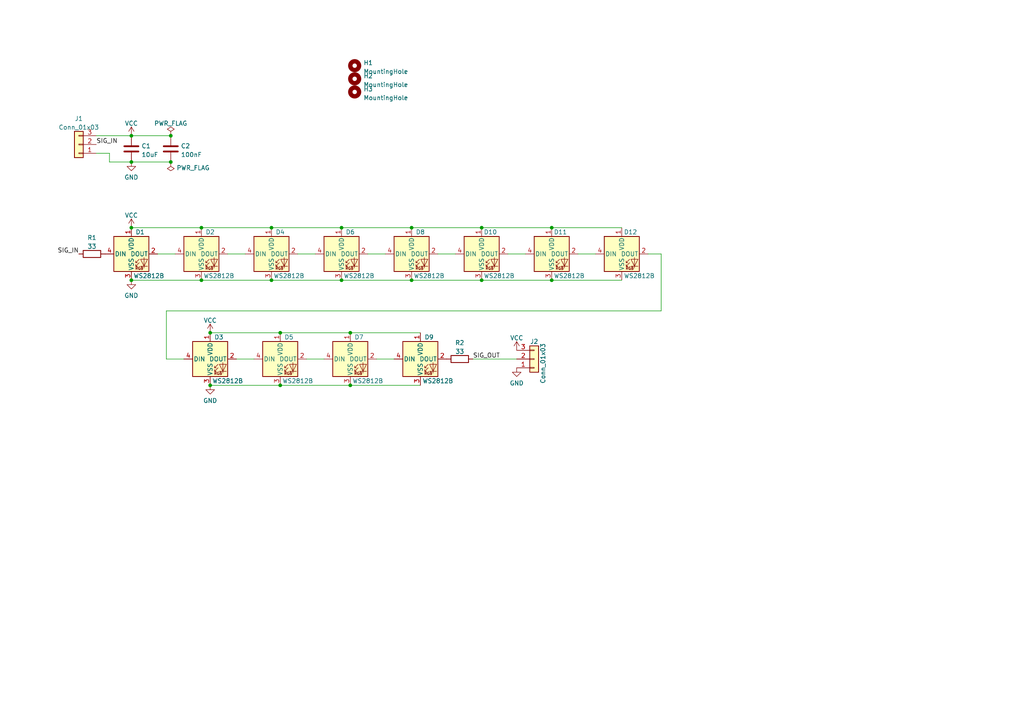
<source format=kicad_sch>
(kicad_sch (version 20211123) (generator eeschema)
  (paper "A4")
  (lib_symbols
    (symbol "Connector_Generic:Conn_01x03" (pin_names (offset 1.016) hide)
      (property "Reference" "J" (at 0 5.08 0))
      (property "Value" "Conn_01x03" (at 0 -5.08 0))
      (symbol "Conn_01x03_1_1"
        (rectangle (start -1.27 -2.413) (end 0 -2.667) (stroke (width 0.1524)))
        (rectangle (start -1.27 0.127) (end 0 -0.127) (stroke (width 0.1524)))
        (rectangle (start -1.27 2.667) (end 0 2.413) (stroke (width 0.1524)))
        (rectangle (start -1.27 3.81) (end 1.27 -3.81) (stroke (width 0.254)) (fill (type background)))
        (pin passive line (at -5.08 2.54 0) (length 3.81) (name "Pin_1") (number "1"))
        (pin passive line (at -5.08 0 0) (length 3.81) (name "Pin_2") (number "2"))
        (pin passive line (at -5.08 -2.54 0) (length 3.81) (name "Pin_3") (number "3"))
      )
    )
    (symbol "Device:C" (pin_numbers hide) (pin_names (offset 0.254))
      (property "Reference" "C" (at 0.635 2.54 0))
      (property "Value" "C" (at 0.635 -2.54 0))
      (symbol "C_0_1"
        (polyline (pts (xy -2.032 -0.762) (xy 2.032 -0.762)) (stroke (width 0.508)))
        (polyline (pts (xy -2.032 0.762) (xy 2.032 0.762)) (stroke (width 0.508)))
      )
      (symbol "C_1_1"
        (pin passive line (at 0 3.81 270) (length 2.794) (name "~") (number "1"))
        (pin passive line (at 0 -3.81 90) (length 2.794) (name "~") (number "2"))
      )
    )
    (symbol "Device:R" (pin_numbers hide) (pin_names (offset 0))
      (property "Reference" "R" (at 2.032 0 90))
      (property "Value" "R" (at 0 0 90))
      (symbol "R_0_1"
        (rectangle (start -1.016 -2.54) (end 1.016 2.54) (stroke (width 0.254)))
      )
      (symbol "R_1_1"
        (pin passive line (at 0 3.81 270) (length 1.27) (name "~") (number "1"))
        (pin passive line (at 0 -3.81 90) (length 1.27) (name "~") (number "2"))
      )
    )
    (symbol "LED:WS2812B" (pin_names (offset 0.254))
      (property "Reference" "D" (at 5.08 5.715 0))
      (property "Value" "WS2812B" (at 1.27 -5.715 0))
      (symbol "WS2812B_0_0"
        (text "RGB" (at 2.286 -4.191 0) (effects (font (size 0.762 0.762))))
      )
      (symbol "WS2812B_0_1"
        (polyline (pts (xy 1.27 -3.556) (xy 1.778 -3.556)))
        (polyline (pts (xy 1.27 -2.54) (xy 1.778 -2.54)))
        (polyline (pts (xy 4.699 -3.556) (xy 2.667 -3.556)))
        (polyline (pts (xy 2.286 -2.54) (xy 1.27 -3.556) (xy 1.27 -3.048)))
        (polyline (pts (xy 2.286 -1.524) (xy 1.27 -2.54) (xy 1.27 -2.032)))
        (polyline (pts (xy 3.683 -1.016) (xy 3.683 -3.556) (xy 3.683 -4.064)))
        (polyline (pts (xy 4.699 -1.524) (xy 2.667 -1.524) (xy 3.683 -3.556) (xy 4.699 -1.524)))
        (rectangle (start 5.08 5.08) (end -5.08 -5.08) (stroke (width 0.254)) (fill (type background)))
      )
      (symbol "WS2812B_1_1"
        (pin power_in line (at 0 7.62 270) (length 2.54) (name "VDD") (number "1"))
        (pin output line (at 7.62 0 180) (length 2.54) (name "DOUT") (number "2"))
        (pin power_in line (at 0 -7.62 90) (length 2.54) (name "VSS") (number "3"))
        (pin input line (at -7.62 0 0) (length 2.54) (name "DIN") (number "4"))
      )
    )
    (symbol "Mechanical:MountingHole" (pin_names (offset 1.016))
      (property "Reference" "H" (at 0 5.08 0))
      (property "Value" "MountingHole" (at 0 3.175 0))
      (symbol "MountingHole_0_1"
        (circle (center 0 0) (radius 1.27) (stroke (width 1.27)))
      )
    )
    (symbol "power:GND" (power) (pin_names (offset 0))
      (property "Value" "GND" (at 0 -3.81 0))
      (symbol "GND_0_1"
        (polyline (pts (xy 0 0) (xy 0 -1.27) (xy 1.27 -1.27) (xy 0 -2.54) (xy -1.27 -1.27) (xy 0 -1.27)))
      )
      (symbol "GND_1_1"
        (pin power_in line (at 0 0 270) (length 0) hide (name "GND") (number "1"))
      )
    )
    (symbol "power:PWR_FLAG" (power) (pin_numbers hide) (pin_names (offset 0) hide)
      (property "Value" "PWR_FLAG" (at 0 3.81 0))
      (symbol "PWR_FLAG_0_0"
        (pin power_out line (at 0 0 90) (length 0) (name "pwr") (number "1"))
      )
      (symbol "PWR_FLAG_0_1"
        (polyline (pts (xy 0 0) (xy 0 1.27) (xy -1.016 1.905) (xy 0 2.54) (xy 1.016 1.905) (xy 0 1.27)))
      )
    )
    (symbol "power:VCC" (power) (pin_names (offset 0))
      (property "Value" "VCC" (at 0 3.81 0))
      (symbol "VCC_0_1"
        (polyline (pts (xy -0.762 1.27) (xy 0 2.54)))
        (polyline (pts (xy 0 0) (xy 0 2.54)))
        (polyline (pts (xy 0 2.54) (xy 0.762 1.27)))
      )
      (symbol "VCC_1_1"
        (pin power_in line (at 0 0 90) (length 0) hide (name "VCC") (number "1"))
      )
    )
  )
  (junction (at 99.06 66.04))
  (junction (at 81.28 96.52))
  (junction (at 58.42 81.28))
  (junction (at 119.38 66.04))
  (junction (at 38.1 81.28))
  (junction (at 160.02 81.28))
  (junction (at 58.42 66.04))
  (junction (at 38.1 66.04))
  (junction (at 160.02 66.04))
  (junction (at 38.1 46.99))
  (junction (at 139.7 81.28))
  (junction (at 49.53 39.37))
  (junction (at 81.28 111.76))
  (junction (at 78.74 66.04))
  (junction (at 99.06 81.28))
  (junction (at 101.6 111.76))
  (junction (at 139.7 66.04))
  (junction (at 38.1 39.37))
  (junction (at 60.96 96.52))
  (junction (at 101.6 96.52))
  (junction (at 78.74 81.28))
  (junction (at 60.96 111.76))
  (junction (at 119.38 81.28))
  (junction (at 49.53 46.99))
  (wire (pts (xy 147.32 73.66) (xy 152.4 73.66)))
  (wire (pts (xy 160.02 81.28) (xy 180.34 81.28)))
  (wire (pts (xy 106.68 73.66) (xy 111.76 73.66)))
  (wire (pts (xy 99.06 66.04) (xy 119.38 66.04)))
  (wire (pts (xy 160.02 66.04) (xy 180.34 66.04)))
  (wire (pts (xy 48.26 104.14) (xy 53.34 104.14)))
  (wire (pts (xy 191.77 73.66) (xy 191.77 90.17)))
  (wire (pts (xy 101.6 96.52) (xy 121.92 96.52)))
  (wire (pts (xy 119.38 81.28) (xy 139.7 81.28)))
  (wire (pts (xy 48.26 90.17) (xy 48.26 104.14)))
  (wire (pts (xy 139.7 66.04) (xy 160.02 66.04)))
  (wire (pts (xy 27.94 39.37) (xy 38.1 39.37)))
  (wire (pts (xy 38.1 66.04) (xy 58.42 66.04)))
  (wire (pts (xy 60.96 96.52) (xy 81.28 96.52)))
  (wire (pts (xy 58.42 81.28) (xy 78.74 81.28)))
  (wire (pts (xy 86.36 73.66) (xy 91.44 73.66)))
  (wire (pts (xy 31.75 46.99) (xy 31.75 44.45)))
  (wire (pts (xy 78.74 81.28) (xy 99.06 81.28)))
  (wire (pts (xy 137.16 104.14) (xy 149.86 104.14)))
  (wire (pts (xy 187.96 73.66) (xy 191.77 73.66)))
  (wire (pts (xy 68.58 104.14) (xy 73.66 104.14)))
  (wire (pts (xy 101.6 111.76) (xy 121.92 111.76)))
  (wire (pts (xy 88.9 104.14) (xy 93.98 104.14)))
  (wire (pts (xy 167.64 73.66) (xy 172.72 73.66)))
  (wire (pts (xy 38.1 46.99) (xy 49.53 46.99)))
  (wire (pts (xy 38.1 81.28) (xy 58.42 81.28)))
  (wire (pts (xy 78.74 66.04) (xy 99.06 66.04)))
  (wire (pts (xy 127 73.66) (xy 132.08 73.66)))
  (wire (pts (xy 38.1 39.37) (xy 49.53 39.37)))
  (wire (pts (xy 45.72 73.66) (xy 50.8 73.66)))
  (wire (pts (xy 191.77 90.17) (xy 48.26 90.17)))
  (wire (pts (xy 31.75 44.45) (xy 27.94 44.45)))
  (wire (pts (xy 58.42 66.04) (xy 78.74 66.04)))
  (wire (pts (xy 81.28 111.76) (xy 101.6 111.76)))
  (wire (pts (xy 139.7 81.28) (xy 160.02 81.28)))
  (wire (pts (xy 60.96 111.76) (xy 81.28 111.76)))
  (wire (pts (xy 119.38 66.04) (xy 139.7 66.04)))
  (wire (pts (xy 99.06 81.28) (xy 119.38 81.28)))
  (wire (pts (xy 66.04 73.66) (xy 71.12 73.66)))
  (wire (pts (xy 38.1 46.99) (xy 31.75 46.99)))
  (wire (pts (xy 109.22 104.14) (xy 114.3 104.14)))
  (wire (pts (xy 81.28 96.52) (xy 101.6 96.52)))
  (label "SIG_OUT" (at 137.16 104.14 0))
  (label "SIG_IN" (at 27.94 41.91 0))
  (label "SIG_IN" (at 22.86 73.66 180))
  (symbol (lib_id "LED:WS2812B") (at 99.06 73.66 0) (unit 1)
    (property "Reference" "D6" (at 101.6 67.31 0))
    (property "Value" "WS2812B" (at 104.14 80.01 0))
    (property "Footprint" "LED_SMD:LED_WS2812B_PLCC4_5.0x5.0mm_P3.2mm" (effects hide))
    (property "Datasheet" "https://cdn-shop.adafruit.com/datasheets/WS2812B.pdf" (effects hide))
    (property "LCSC" "C2761796" (effects hide))
  )
  (symbol (lib_id "power:VCC") (at 38.1 39.37 0) (unit 1)
    (property "Reference" "#PWR01" (effects hide))
    (property "Value" "VCC" (at 38.1 35.7942 0))
  )
  (symbol (lib_id "LED:WS2812B") (at 81.28 104.14 0) (unit 1)
    (property "Reference" "D5" (at 83.82 97.79 0))
    (property "Value" "WS2812B" (at 86.36 110.49 0))
    (property "Footprint" "LED_SMD:LED_WS2812B_PLCC4_5.0x5.0mm_P3.2mm" (effects hide))
    (property "Datasheet" "https://cdn-shop.adafruit.com/datasheets/WS2812B.pdf" (effects hide))
    (property "LCSC" "C2761796" (effects hide))
  )
  (symbol (lib_id "power:VCC") (at 149.86 101.6 0) (unit 1)
    (property "Reference" "#PWR07" (effects hide))
    (property "Value" "VCC" (at 149.86 98.0242 0))
  )
  (symbol (lib_id "power:PWR_FLAG") (at 49.53 39.37 0) (unit 1)
    (property "Reference" "#FLG01" (effects hide))
    (property "Value" "PWR_FLAG" (at 49.53 35.7942 0))
  )
  (symbol (lib_id "LED:WS2812B") (at 119.38 73.66 0) (unit 1)
    (property "Reference" "D8" (at 121.92 67.31 0))
    (property "Value" "WS2812B" (at 124.46 80.01 0))
    (property "Footprint" "LED_SMD:LED_WS2812B_PLCC4_5.0x5.0mm_P3.2mm" (effects hide))
    (property "Datasheet" "https://cdn-shop.adafruit.com/datasheets/WS2812B.pdf" (effects hide))
    (property "LCSC" "C2761796" (effects hide))
  )
  (symbol (lib_id "power:GND") (at 60.96 111.76 0) (unit 1)
    (property "Reference" "#PWR06" (effects hide))
    (property "Value" "GND" (at 60.96 116.2034 0))
  )
  (symbol (lib_id "LED:WS2812B") (at 38.1 73.66 0) (unit 1)
    (property "Reference" "D1" (at 40.64 67.31 0))
    (property "Value" "WS2812B" (at 43.18 80.01 0))
    (property "Footprint" "LED_SMD:LED_WS2812B_PLCC4_5.0x5.0mm_P3.2mm" (effects hide))
    (property "Datasheet" "https://cdn-shop.adafruit.com/datasheets/WS2812B.pdf" (effects hide))
    (property "LCSC" "C2761796" (effects hide))
  )
  (symbol (lib_id "LED:WS2812B") (at 60.96 104.14 0) (unit 1)
    (property "Reference" "D3" (at 63.5 97.79 0))
    (property "Value" "WS2812B" (at 66.04 110.49 0))
    (property "Footprint" "LED_SMD:LED_WS2812B_PLCC4_5.0x5.0mm_P3.2mm" (effects hide))
    (property "Datasheet" "https://cdn-shop.adafruit.com/datasheets/WS2812B.pdf" (effects hide))
    (property "LCSC" "C2761796" (effects hide))
  )
  (symbol (lib_id "power:VCC") (at 38.1 66.04 0) (unit 1)
    (property "Reference" "#PWR03" (effects hide))
    (property "Value" "VCC" (at 38.1 62.4642 0))
  )
  (symbol (lib_id "LED:WS2812B") (at 58.42 73.66 0) (unit 1)
    (property "Reference" "D2" (at 60.96 67.31 0))
    (property "Value" "WS2812B" (at 63.5 80.01 0))
    (property "Footprint" "LED_SMD:LED_WS2812B_PLCC4_5.0x5.0mm_P3.2mm" (effects hide))
    (property "Datasheet" "https://cdn-shop.adafruit.com/datasheets/WS2812B.pdf" (effects hide))
    (property "LCSC" "C2761796" (effects hide))
  )
  (symbol (lib_id "LED:WS2812B") (at 180.34 73.66 0) (unit 1)
    (property "Reference" "D12" (at 182.88 67.31 0))
    (property "Value" "WS2812B" (at 185.42 80.01 0))
    (property "Footprint" "LED_SMD:LED_WS2812B_PLCC4_5.0x5.0mm_P3.2mm" (effects hide))
    (property "Datasheet" "https://cdn-shop.adafruit.com/datasheets/WS2812B.pdf" (effects hide))
    (property "LCSC" "C2761796" (effects hide))
  )
  (symbol (lib_id "Device:C") (at 49.53 43.18 0) (unit 1)
    (property "Reference" "C2" (at 52.451 42.3453 0) (effects (justify left)))
    (property "Value" "100nF" (at 52.451 44.8822 0) (effects (justify left)))
    (property "Footprint" "Capacitor_SMD:C_0402_1005Metric" (effects hide))
    (property "LCSC" "C307331" (effects hide))
  )
  (symbol (lib_id "power:VCC") (at 60.96 96.52 0) (unit 1)
    (property "Reference" "#PWR05" (effects hide))
    (property "Value" "VCC" (at 60.96 92.9442 0))
  )
  (symbol (lib_id "LED:WS2812B") (at 160.02 73.66 0) (unit 1)
    (property "Reference" "D11" (at 162.56 67.31 0))
    (property "Value" "WS2812B" (at 165.1 80.01 0))
    (property "Footprint" "LED_SMD:LED_WS2812B_PLCC4_5.0x5.0mm_P3.2mm" (effects hide))
    (property "Datasheet" "https://cdn-shop.adafruit.com/datasheets/WS2812B.pdf" (effects hide))
    (property "LCSC" "C2761796" (effects hide))
  )
  (symbol (lib_id "Connector_Generic:Conn_01x03") (at 154.94 104.14 0) (mirror x) (unit 1)
    (property "Reference" "J2" (at 154.94 99.06 0))
    (property "Value" "Conn_01x03" (at 157.48 105.41 90))
    (property "Footprint" "Connector_PinHeader_2.54mm:PinHeader_1x03_P2.54mm_Vertical" (effects hide))
  )
  (symbol (lib_id "Device:R") (at 133.35 104.14 90) (unit 1)
    (property "Reference" "R2" (at 133.35 99.4242 90))
    (property "Value" "33" (at 133.35 101.9611 90))
    (property "Footprint" "Resistor_SMD:R_0603_1608Metric" (effects hide))
    (property "LCSC" "C23140" (effects hide))
  )
  (symbol (lib_id "LED:WS2812B") (at 121.92 104.14 0) (unit 1)
    (property "Reference" "D9" (at 124.46 97.79 0))
    (property "Value" "WS2812B" (at 127 110.49 0))
    (property "Footprint" "LED_SMD:LED_WS2812B_PLCC4_5.0x5.0mm_P3.2mm" (effects hide))
    (property "Datasheet" "https://cdn-shop.adafruit.com/datasheets/WS2812B.pdf" (effects hide))
    (property "LCSC" "C2761796" (effects hide))
  )
  (symbol (lib_id "Device:C") (at 38.1 43.18 0) (unit 1)
    (property "Reference" "C1" (at 41.021 42.3453 0) (effects (justify left)))
    (property "Value" "10uF" (at 41.021 44.8822 0) (effects (justify left)))
    (property "Footprint" "Capacitor_SMD:C_0603_1608Metric" (effects hide))
    (property "LCSC" "C96446" (effects hide))
  )
  (symbol (lib_id "power:GND") (at 38.1 81.28 0) (unit 1)
    (property "Reference" "#PWR04" (effects hide))
    (property "Value" "GND" (at 38.1 85.7234 0))
  )
  (symbol (lib_id "power:PWR_FLAG") (at 49.53 46.99 180) (unit 1)
    (property "Reference" "#FLG02" (effects hide))
    (property "Value" "PWR_FLAG" (at 51.181 48.6938 0) (effects (justify right)))
  )
  (symbol (lib_id "LED:WS2812B") (at 78.74 73.66 0) (unit 1)
    (property "Reference" "D4" (at 81.28 67.31 0))
    (property "Value" "WS2812B" (at 83.82 80.01 0))
    (property "Footprint" "LED_SMD:LED_WS2812B_PLCC4_5.0x5.0mm_P3.2mm" (effects hide))
    (property "Datasheet" "https://cdn-shop.adafruit.com/datasheets/WS2812B.pdf" (effects hide))
    (property "LCSC" "C2761796" (effects hide))
  )
  (symbol (lib_id "Mechanical:MountingHole") (at 102.87 19.05 0) (unit 1)
    (property "Reference" "H1" (at 105.41 18.2153 0) (effects (justify left)))
    (property "Value" "MountingHole" (at 105.41 20.7522 0) (effects (justify left)))
    (property "Footprint" "MountingHole:MountingHole_3.2mm_M3" (effects hide))
  )
  (symbol (lib_id "power:GND") (at 149.86 106.68 0) (unit 1)
    (property "Reference" "#PWR08" (effects hide))
    (property "Value" "GND" (at 149.86 111.1234 0))
  )
  (symbol (lib_id "Device:R") (at 26.67 73.66 90) (unit 1)
    (property "Reference" "R1" (at 26.67 68.9442 90))
    (property "Value" "33" (at 26.67 71.4811 90))
    (property "Footprint" "Resistor_SMD:R_0603_1608Metric" (effects hide))
    (property "LCSC" "C23140" (effects hide))
  )
  (symbol (lib_id "Mechanical:MountingHole") (at 102.87 22.86 0) (unit 1)
    (property "Reference" "H2" (at 105.41 22.0253 0) (effects (justify left)))
    (property "Value" "MountingHole" (at 105.41 24.5622 0) (effects (justify left)))
    (property "Footprint" "MountingHole:MountingHole_3.2mm_M3" (effects hide))
  )
  (symbol (lib_id "Connector_Generic:Conn_01x03") (at 22.86 41.91 180) (unit 1)
    (property "Reference" "J1" (at 22.86 34.4002 0))
    (property "Value" "Conn_01x03" (at 22.86 36.9371 0))
    (property "Footprint" "Connector_PinHeader_2.54mm:PinHeader_1x03_P2.54mm_Vertical" (effects hide))
  )
  (symbol (lib_id "power:GND") (at 38.1 46.99 0) (unit 1)
    (property "Reference" "#PWR02" (effects hide))
    (property "Value" "GND" (at 38.1 51.4334 0))
  )
  (symbol (lib_id "LED:WS2812B") (at 139.7 73.66 0) (unit 1)
    (property "Reference" "D10" (at 142.24 67.31 0))
    (property "Value" "WS2812B" (at 144.78 80.01 0))
    (property "Footprint" "LED_SMD:LED_WS2812B_PLCC4_5.0x5.0mm_P3.2mm" (effects hide))
    (property "Datasheet" "https://cdn-shop.adafruit.com/datasheets/WS2812B.pdf" (effects hide))
    (property "LCSC" "C2761796" (effects hide))
  )
  (symbol (lib_id "Mechanical:MountingHole") (at 102.87 26.67 0) (unit 1)
    (property "Reference" "H3" (at 105.41 25.8353 0) (effects (justify left)))
    (property "Value" "MountingHole" (at 105.41 28.3722 0) (effects (justify left)))
    (property "Footprint" "MountingHole:MountingHole_3.2mm_M3" (effects hide))
  )
  (symbol (lib_id "LED:WS2812B") (at 101.6 104.14 0) (unit 1)
    (property "Reference" "D7" (at 104.14 97.79 0))
    (property "Value" "WS2812B" (at 106.68 110.49 0))
    (property "Footprint" "LED_SMD:LED_WS2812B_PLCC4_5.0x5.0mm_P3.2mm" (effects hide))
    (property "Datasheet" "https://cdn-shop.adafruit.com/datasheets/WS2812B.pdf" (effects hide))
    (property "LCSC" "C2761796" (effects hide))
  )
)
</source>
